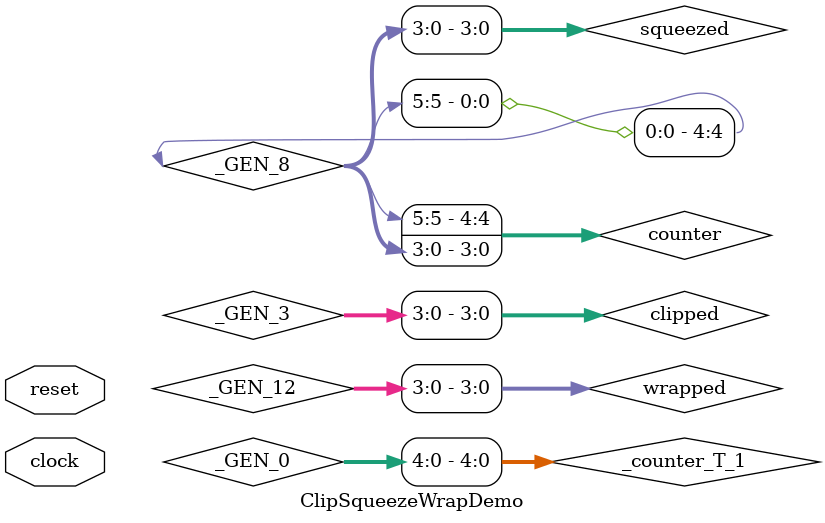
<source format=v>
module ClipSqueezeWrapDemo(
  input   clock,
  input   reset
);
`ifdef RANDOMIZE_REG_INIT
  reg [31:0] _RAND_0;
`endif // RANDOMIZE_REG_INIT
  reg [4:0] counter; // @[IntervalSpec.scala 202:24]
  wire [5:0] _GEN_0 = $signed(counter) + 5'sh1; // @[IntervalSpec.scala 204:{23,23}]
  wire [4:0] _counter_T_1 = _GEN_0[4:0]; // @[IntervalSpec.scala 204:{43,43}]
  wire  _T = $signed(counter) > 5'sha; // @[IntervalSpec.scala 205:16]
  wire  _T_2 = ~reset; // @[IntervalSpec.scala 206:9]
  wire [4:0] _GEN_3 = $signed(counter) > 5'sh6 ? $signed(5'sh6) : $signed($signed(counter) < -5'sh2 ? $signed(-5'sh2) :
    $signed(counter)); // @[IntervalSpec.scala 209:{29,29}]
  wire [3:0] clipped = _GEN_3[3:0]; // @[IntervalSpec.scala 209:{29,29}]
  wire [3:0] squeezed = counter[3:0]; // @[IntervalSpec.scala 210:{33,33}]
  wire [5:0] _GEN_7 = $signed(counter) + 5'sh9; // @[IntervalSpec.scala 211:{29,29}]
  wire [5:0] _GEN_8 = {{1{counter[4]}},counter}; // @[IntervalSpec.scala 211:{29,29}]
  wire [5:0] _GEN_10 = $signed(counter) - 5'sh9; // @[IntervalSpec.scala 211:{29,29}]
  wire [5:0] _GEN_11 = $signed(counter) < -5'sh2 ? $signed(_GEN_7) : $signed(_GEN_8); // @[IntervalSpec.scala 211:{29,29}]
  wire [5:0] _GEN_12 = $signed(counter) > 5'sh6 ? $signed(_GEN_10) : $signed(_GEN_11); // @[IntervalSpec.scala 211:{29,29}]
  wire [3:0] wrapped = _GEN_12[3:0]; // @[IntervalSpec.scala 211:{29,29}]
  wire  _T_3 = $signed(counter) == -5'sh4; // @[IntervalSpec.scala 213:16]
  always @(posedge clock) begin
    if (reset) begin // @[IntervalSpec.scala 202:24]
      counter <= -5'sh4; // @[IntervalSpec.scala 202:24]
    end else begin
      counter <= _counter_T_1; // @[IntervalSpec.scala 204:11]
    end
    `ifndef SYNTHESIS
    `ifdef STOP_COND
      if (`STOP_COND) begin
    `endif
        if (_T & ~reset) begin
          $finish; // @[IntervalSpec.scala 206:9]
        end
    `ifdef STOP_COND
      end
    `endif
    `endif // SYNTHESIS
    `ifndef SYNTHESIS
    `ifdef PRINTF_COND
      if (`PRINTF_COND) begin
    `endif
        if (_T_3 & _T_2) begin
          $fwrite(32'h80000002,"Target range is range\"[-2,5].1\"\n"); // @[IntervalSpec.scala 214:11]
        end
    `ifdef PRINTF_COND
      end
    `endif
    `endif // SYNTHESIS
    `ifndef SYNTHESIS
    `ifdef PRINTF_COND
      if (`PRINTF_COND) begin
    `endif
        if (_T_3 & _T_2) begin
          $fwrite(32'h80000002,"value     clip      squeeze      wrap\n"); // @[IntervalSpec.scala 215:11]
        end
    `ifdef PRINTF_COND
      end
    `endif
    `endif // SYNTHESIS
    `ifndef SYNTHESIS
    `ifdef PRINTF_COND
      if (`PRINTF_COND) begin
    `endif
        if (_T_2) begin
          $fwrite(32'h80000002,"       %d       %d          %d         %d\n",counter,clipped,squeezed,wrapped); // @[IntervalSpec.scala 218:9]
        end
    `ifdef PRINTF_COND
      end
    `endif
    `endif // SYNTHESIS
  end
// Register and memory initialization
`ifdef RANDOMIZE_GARBAGE_ASSIGN
`define RANDOMIZE
`endif
`ifdef RANDOMIZE_INVALID_ASSIGN
`define RANDOMIZE
`endif
`ifdef RANDOMIZE_REG_INIT
`define RANDOMIZE
`endif
`ifdef RANDOMIZE_MEM_INIT
`define RANDOMIZE
`endif
`ifndef RANDOM
`define RANDOM $random
`endif
`ifdef RANDOMIZE_MEM_INIT
  integer initvar;
`endif
`ifndef SYNTHESIS
`ifdef FIRRTL_BEFORE_INITIAL
`FIRRTL_BEFORE_INITIAL
`endif
initial begin
  `ifdef RANDOMIZE
    `ifdef INIT_RANDOM
      `INIT_RANDOM
    `endif
    `ifndef VERILATOR
      `ifdef RANDOMIZE_DELAY
        #`RANDOMIZE_DELAY begin end
      `else
        #0.002 begin end
      `endif
    `endif
`ifdef RANDOMIZE_REG_INIT
  _RAND_0 = {1{`RANDOM}};
  counter = _RAND_0[4:0];
`endif // RANDOMIZE_REG_INIT
  `endif // RANDOMIZE
end // initial
`ifdef FIRRTL_AFTER_INITIAL
`FIRRTL_AFTER_INITIAL
`endif
`endif // SYNTHESIS
endmodule

</source>
